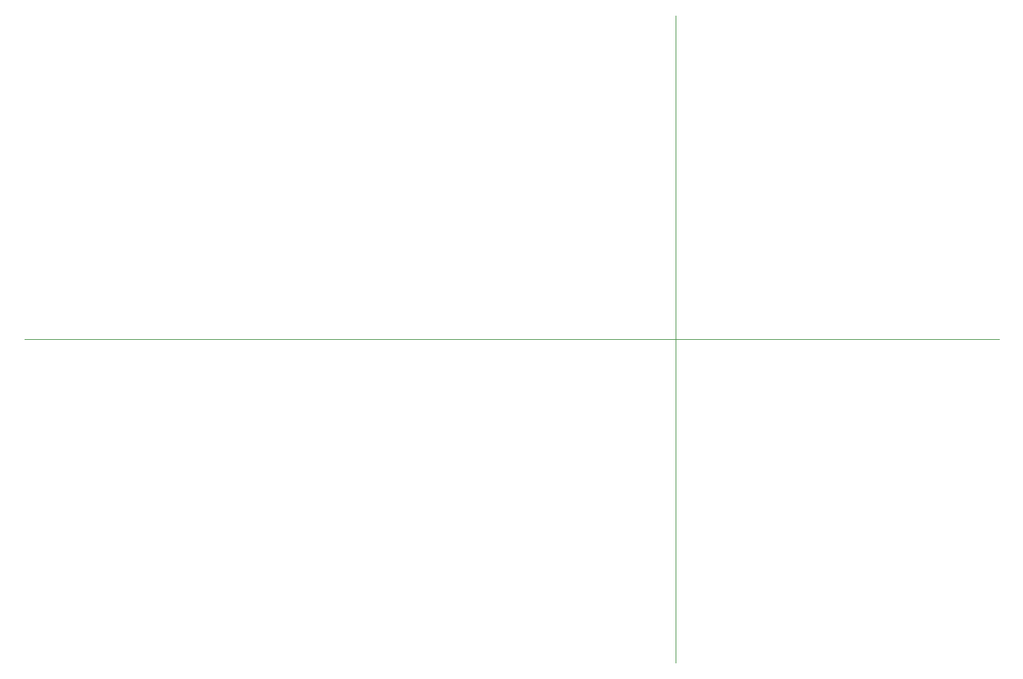
<source format=gbr>
G75*
G71*
%MOMM*%
%OFA0B0*%
%FSLAX53Y53*%
%IPPOS*%
%LPD*%
%ADD10C,0.00100*%
D10*
X0000000Y0040131D02*
X0120902Y0040131D01*
X0080770Y0000000D02*
X0080770Y0080262D01*
X0080772Y0000000D02*
X0080772Y0080262D01*

M02*

</source>
